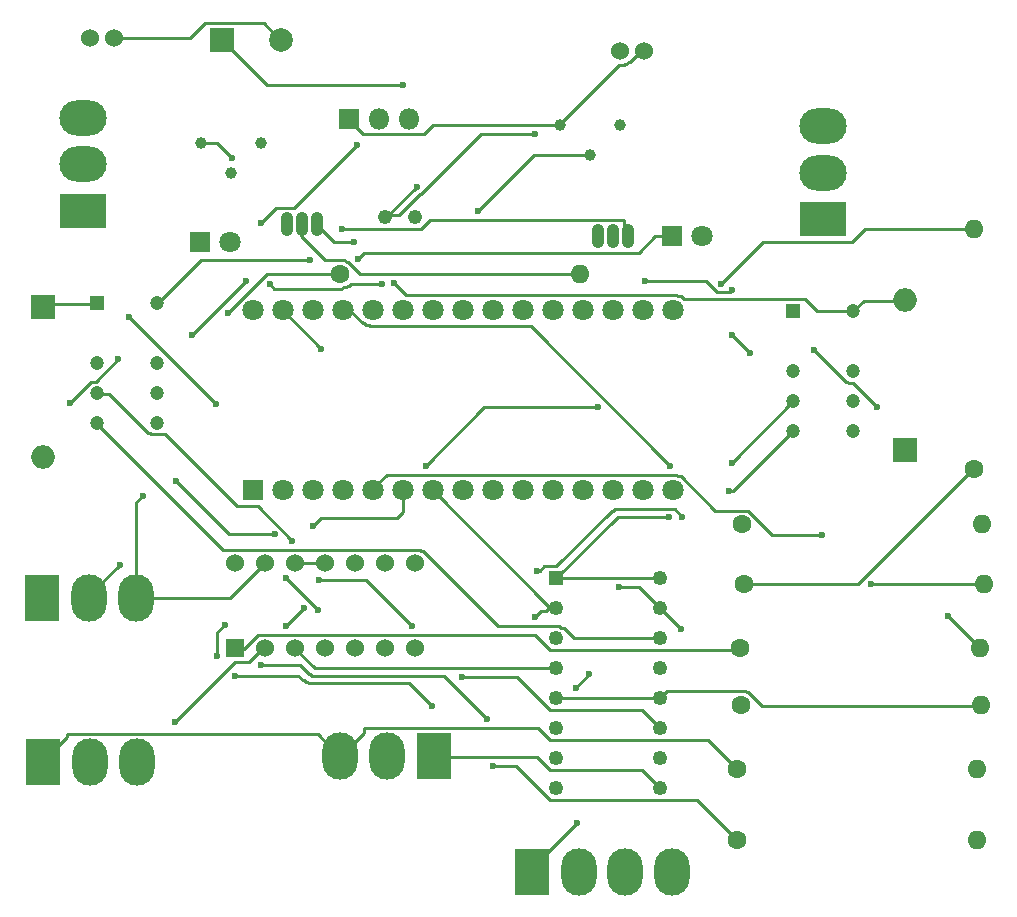
<source format=gbr>
G04 #@! TF.FileFunction,Copper,L2,Bot,Signal*
%FSLAX46Y46*%
G04 Gerber Fmt 4.6, Leading zero omitted, Abs format (unit mm)*
G04 Created by KiCad (PCBNEW 4.0.6) date 02/07/20 08:18:11*
%MOMM*%
%LPD*%
G01*
G04 APERTURE LIST*
%ADD10C,0.100000*%
%ADD11R,2.000000X2.000000*%
%ADD12C,2.000000*%
%ADD13O,2.000000X2.000000*%
%ADD14R,1.800000X1.800000*%
%ADD15C,1.800000*%
%ADD16C,1.210000*%
%ADD17R,3.000000X4.000000*%
%ADD18O,3.000000X4.000000*%
%ADD19R,4.000000X3.000000*%
%ADD20O,4.000000X3.000000*%
%ADD21C,1.524000*%
%ADD22R,1.200000X1.200000*%
%ADD23C,1.200000*%
%ADD24O,1.040000X2.080000*%
%ADD25C,0.998000*%
%ADD26C,1.600000*%
%ADD27O,1.600000X1.600000*%
%ADD28R,1.524000X1.524000*%
%ADD29O,1.800000X1.800000*%
%ADD30R,1.250000X1.250000*%
%ADD31C,1.250000*%
%ADD32C,0.600000*%
%ADD33C,0.250000*%
G04 APERTURE END LIST*
D10*
D11*
X116687600Y-66573400D03*
D12*
X121687600Y-66573400D03*
D11*
X101574600Y-89204800D03*
D13*
X101574600Y-101904800D03*
D11*
X174523400Y-101295200D03*
D13*
X174523400Y-88595200D03*
D14*
X114884200Y-83642200D03*
D15*
X117424200Y-83642200D03*
D14*
X154813000Y-83210400D03*
D15*
X157353000Y-83210400D03*
D16*
X130541000Y-81599800D03*
X133081000Y-81599800D03*
D17*
X101473000Y-113842800D03*
D18*
X105435400Y-113842800D03*
X109397800Y-113842800D03*
D17*
X101600000Y-127685800D03*
D18*
X105562400Y-127685800D03*
X109524800Y-127685800D03*
D19*
X167640000Y-81762600D03*
D20*
X167640000Y-77800200D03*
X167640000Y-73837800D03*
D19*
X104978200Y-81076800D03*
D20*
X104978200Y-77114400D03*
X104978200Y-73152000D03*
D21*
X150418800Y-67513200D03*
X152450800Y-67513200D03*
D17*
X134670800Y-127228600D03*
D18*
X130708400Y-127228600D03*
X126746000Y-127228600D03*
D21*
X105537000Y-66395600D03*
X107569000Y-66395600D03*
D22*
X106146600Y-88850800D03*
D23*
X111226600Y-88850800D03*
X106146600Y-93930800D03*
X111226600Y-99010800D03*
X106146600Y-96470800D03*
X106146600Y-99010800D03*
X111226600Y-93930800D03*
X111226600Y-96470800D03*
D22*
X165100000Y-89536600D03*
D23*
X170180000Y-89536600D03*
X165100000Y-94616600D03*
X170180000Y-99696600D03*
X165100000Y-97156600D03*
X165100000Y-99696600D03*
X170180000Y-94616600D03*
X170180000Y-97156600D03*
D24*
X148539200Y-83210400D03*
X149809200Y-83210400D03*
X151079200Y-83210400D03*
X122199400Y-82169000D03*
X123469400Y-82169000D03*
X124739400Y-82169000D03*
D25*
X145311100Y-73785900D03*
X147854100Y-76326900D03*
X150394100Y-73785500D03*
X114932700Y-75284500D03*
X117475700Y-77825500D03*
X120015700Y-75284100D03*
D26*
X160324800Y-134289800D03*
D27*
X180644800Y-134289800D03*
D26*
X160705800Y-107569000D03*
D27*
X181025800Y-107569000D03*
D26*
X160578800Y-118033800D03*
D27*
X180898800Y-118033800D03*
D26*
X126669800Y-86385400D03*
D27*
X146989800Y-86385400D03*
D26*
X180390800Y-102920800D03*
D27*
X180390800Y-82600800D03*
D26*
X160299400Y-128295400D03*
D27*
X180619400Y-128295400D03*
D26*
X160883600Y-112649000D03*
D27*
X181203600Y-112649000D03*
D26*
X160655000Y-122885200D03*
D27*
X180975000Y-122885200D03*
D14*
X119303800Y-104698800D03*
D15*
X121843800Y-104698800D03*
X124383800Y-104698800D03*
X126923800Y-104698800D03*
X129463800Y-104698800D03*
X132003800Y-104698800D03*
X134543800Y-104698800D03*
X137083800Y-104698800D03*
X139623800Y-104698800D03*
X142163800Y-104698800D03*
X144703800Y-104698800D03*
X147243800Y-104698800D03*
X149783800Y-104698800D03*
X152323800Y-104698800D03*
X154863800Y-104698800D03*
X154863800Y-89458800D03*
X152323800Y-89458800D03*
X149783800Y-89458800D03*
X147243800Y-89458800D03*
X144703800Y-89458800D03*
X142163800Y-89458800D03*
X139623800Y-89458800D03*
X137083800Y-89458800D03*
X134543800Y-89458800D03*
X132003800Y-89458800D03*
X129463800Y-89458800D03*
X126923800Y-89458800D03*
X124383800Y-89458800D03*
X121843800Y-89458800D03*
X119303800Y-89458800D03*
D28*
X117805200Y-118071900D03*
D21*
X120345200Y-118071900D03*
X122885200Y-118071900D03*
X125425200Y-118071900D03*
X127965200Y-118071900D03*
X130505200Y-118071900D03*
X133045200Y-118071900D03*
X133045200Y-110883700D03*
X130505200Y-110883700D03*
X127965200Y-110883700D03*
X125425200Y-110883700D03*
X122885200Y-110883700D03*
X120345200Y-110883700D03*
X117805200Y-110883700D03*
X120345200Y-110883700D03*
D14*
X127431800Y-73279000D03*
D29*
X129971800Y-73279000D03*
X132511800Y-73279000D03*
D30*
X145028200Y-112166400D03*
D31*
X145028200Y-114706400D03*
X145028200Y-117246400D03*
X145028200Y-119786400D03*
X145028200Y-122326400D03*
X145028200Y-124866400D03*
X145028200Y-127406400D03*
X145028200Y-129946400D03*
X153828200Y-129946400D03*
X153828200Y-127406400D03*
X153828200Y-124866400D03*
X153828200Y-122326400D03*
X153828200Y-119786400D03*
X153828200Y-117246400D03*
X153828200Y-114706400D03*
X153828200Y-112166400D03*
D17*
X142951200Y-136982200D03*
D18*
X146913600Y-136982200D03*
X150876000Y-136982200D03*
X154838400Y-136982200D03*
D32*
X143256000Y-74549000D03*
X132080000Y-70358000D03*
X133223000Y-78994000D03*
X117602000Y-76581000D03*
X125095000Y-92710000D03*
X124206000Y-85217000D03*
X126873000Y-82550000D03*
X107950000Y-93599000D03*
X103886000Y-97282000D03*
X172212000Y-97663000D03*
X166878000Y-92837000D03*
X127889000Y-83693000D03*
X131318000Y-87122000D03*
X139700000Y-128016000D03*
X134493000Y-122936000D03*
X117856000Y-120396000D03*
X116332000Y-118745000D03*
X116967000Y-116078000D03*
X117221000Y-89662000D03*
X128270000Y-85090000D03*
X108077000Y-110998000D03*
X114173000Y-91567000D03*
X118745000Y-86995000D03*
X120777000Y-87249000D03*
X130302000Y-87249000D03*
X138430000Y-81026000D03*
X110007400Y-105156000D03*
X112826800Y-103936800D03*
X121208800Y-108381800D03*
X124409200Y-107696000D03*
X133985000Y-102616000D03*
X148590000Y-97663000D03*
X159004000Y-87249000D03*
X167513000Y-108458000D03*
X171704000Y-112649000D03*
X112776000Y-124333000D03*
X122174000Y-116205000D03*
X123698000Y-114681000D03*
X159893000Y-102362000D03*
X155702000Y-106934000D03*
X143383000Y-111506000D03*
X159639000Y-104775000D03*
X147828000Y-120269000D03*
X146685000Y-121412000D03*
X137033000Y-120523000D03*
X132842000Y-116205000D03*
X124968000Y-112268000D03*
X122682000Y-108966000D03*
X154559000Y-106934000D03*
X154686000Y-102616000D03*
X128143000Y-75438000D03*
X120015000Y-82042000D03*
X122174000Y-112141000D03*
X124841000Y-114808000D03*
X139192000Y-124079000D03*
X120015000Y-119507000D03*
X116205000Y-97409000D03*
X108839000Y-90043000D03*
X178181000Y-115316000D03*
X161417000Y-93091000D03*
X159893000Y-91567000D03*
X159893000Y-87757000D03*
X152527000Y-86995000D03*
X146812000Y-132842000D03*
X143256000Y-115443000D03*
X155575000Y-116459000D03*
X150368000Y-112903000D03*
D33*
X130541000Y-81599800D02*
X130556000Y-81661000D01*
X130556000Y-81661000D02*
X130810000Y-81407000D01*
X130810000Y-81407000D02*
X131699000Y-81407000D01*
X131699000Y-81407000D02*
X133477000Y-79629000D01*
X133477000Y-79629000D02*
X133604000Y-79629000D01*
X133604000Y-79629000D02*
X138684000Y-74549000D01*
X138684000Y-74549000D02*
X143256000Y-74549000D01*
X116687600Y-66573400D02*
X116840000Y-66675000D01*
X116840000Y-66675000D02*
X120523000Y-70358000D01*
X120523000Y-70358000D02*
X132080000Y-70358000D01*
X133223000Y-78994000D02*
X130556000Y-81661000D01*
X130556000Y-81661000D02*
X130541000Y-81599800D01*
X117602000Y-76581000D02*
X116332000Y-75311000D01*
X116332000Y-75311000D02*
X114935000Y-75311000D01*
X114935000Y-75311000D02*
X114932700Y-75284500D01*
X145311100Y-73785900D02*
X145288000Y-73787000D01*
X145288000Y-73787000D02*
X150368000Y-68707000D01*
X150368000Y-68707000D02*
X150749000Y-68707000D01*
X150749000Y-68707000D02*
X150876000Y-68580000D01*
X150876000Y-68580000D02*
X151003000Y-68580000D01*
X151003000Y-68580000D02*
X151130000Y-68453000D01*
X151130000Y-68453000D02*
X151257000Y-68453000D01*
X151257000Y-68453000D02*
X152146000Y-67564000D01*
X152146000Y-67564000D02*
X152400000Y-67564000D01*
X152400000Y-67564000D02*
X152450800Y-67513200D01*
X121843800Y-89458800D02*
X125095000Y-92710000D01*
X162433000Y-122936000D02*
X180975000Y-122936000D01*
X180975000Y-122936000D02*
X180975000Y-122885200D01*
X122885200Y-118071900D02*
X122936000Y-118110000D01*
X122936000Y-118110000D02*
X124587000Y-119761000D01*
X124587000Y-119761000D02*
X145034000Y-119761000D01*
X145034000Y-119761000D02*
X145028200Y-119786400D01*
X127431800Y-73279000D02*
X127381000Y-73279000D01*
X127381000Y-73279000D02*
X128651000Y-74549000D01*
X128651000Y-74549000D02*
X133858000Y-74549000D01*
X133858000Y-74549000D02*
X134620000Y-73787000D01*
X134620000Y-73787000D02*
X145288000Y-73787000D01*
X145288000Y-73787000D02*
X145311100Y-73785900D01*
X121687600Y-66573400D02*
X121666000Y-66548000D01*
X121666000Y-66548000D02*
X120269000Y-65151000D01*
X120269000Y-65151000D02*
X115316000Y-65151000D01*
X115316000Y-65151000D02*
X114046000Y-66421000D01*
X114046000Y-66421000D02*
X107569000Y-66421000D01*
X107569000Y-66421000D02*
X107569000Y-66395600D01*
X125425200Y-110883700D02*
X125476000Y-110871000D01*
X125476000Y-110871000D02*
X122936000Y-110871000D01*
X122936000Y-110871000D02*
X122885200Y-110883700D01*
X145028200Y-122326400D02*
X145034000Y-122301000D01*
X145034000Y-122301000D02*
X153797000Y-122301000D01*
X153828200Y-122326400D02*
X153797000Y-122301000D01*
X153797000Y-122301000D02*
X154432000Y-121666000D01*
X154432000Y-121666000D02*
X161036000Y-121666000D01*
X161036000Y-121666000D02*
X161163000Y-121793000D01*
X161163000Y-121793000D02*
X161290000Y-121793000D01*
X161290000Y-121793000D02*
X162433000Y-122936000D01*
X153797000Y-122301000D02*
X153828200Y-122326400D01*
X101574600Y-89204800D02*
X101600000Y-89154000D01*
X101600000Y-89154000D02*
X101854000Y-88900000D01*
X101854000Y-88900000D02*
X106172000Y-88900000D01*
X106172000Y-88900000D02*
X106146600Y-88850800D01*
X111226600Y-88850800D02*
X111252000Y-88900000D01*
X111252000Y-88900000D02*
X114935000Y-85217000D01*
X114935000Y-85217000D02*
X124206000Y-85217000D01*
X126873000Y-82550000D02*
X133604000Y-82550000D01*
X133604000Y-82550000D02*
X134366000Y-81788000D01*
X134366000Y-81788000D02*
X150749000Y-81788000D01*
X150749000Y-81788000D02*
X150749000Y-82804000D01*
X150749000Y-82804000D02*
X151130000Y-83185000D01*
X151130000Y-83185000D02*
X151079200Y-83210400D01*
X107950000Y-93599000D02*
X106045000Y-95504000D01*
X106045000Y-95504000D02*
X105664000Y-95504000D01*
X105664000Y-95504000D02*
X103886000Y-97282000D01*
X172212000Y-97663000D02*
X170180000Y-95631000D01*
X170180000Y-95631000D02*
X169799000Y-95631000D01*
X169799000Y-95631000D02*
X169672000Y-95504000D01*
X169672000Y-95504000D02*
X169545000Y-95504000D01*
X169545000Y-95504000D02*
X166878000Y-92837000D01*
X124739400Y-82169000D02*
X124714000Y-82169000D01*
X124714000Y-82169000D02*
X126238000Y-83693000D01*
X126238000Y-83693000D02*
X127889000Y-83693000D01*
X131318000Y-87122000D02*
X132334000Y-88138000D01*
X132334000Y-88138000D02*
X155194000Y-88138000D01*
X155194000Y-88138000D02*
X155321000Y-88265000D01*
X155321000Y-88265000D02*
X155575000Y-88265000D01*
X155575000Y-88265000D02*
X155829000Y-88519000D01*
X155829000Y-88519000D02*
X166116000Y-88519000D01*
X166116000Y-88519000D02*
X167132000Y-89535000D01*
X167132000Y-89535000D02*
X170180000Y-89535000D01*
X170180000Y-89535000D02*
X170180000Y-89536600D01*
X170180000Y-89536600D02*
X170180000Y-89535000D01*
X170180000Y-89535000D02*
X171069000Y-88646000D01*
X171069000Y-88646000D02*
X174498000Y-88646000D01*
X174498000Y-88646000D02*
X174523400Y-88595200D01*
X160578800Y-118033800D02*
X160401000Y-118110000D01*
X160401000Y-118110000D02*
X160274000Y-118237000D01*
X160274000Y-118237000D02*
X144526000Y-118237000D01*
X144526000Y-118237000D02*
X143256000Y-116967000D01*
X143256000Y-116967000D02*
X119761000Y-116967000D01*
X119761000Y-116967000D02*
X118618000Y-118110000D01*
X118618000Y-118110000D02*
X117856000Y-118110000D01*
X117856000Y-118110000D02*
X117805200Y-118071900D01*
X160324800Y-134289800D02*
X156972000Y-130937000D01*
X156972000Y-130937000D02*
X144526000Y-130937000D01*
X144526000Y-130937000D02*
X141605000Y-128016000D01*
X141605000Y-128016000D02*
X139700000Y-128016000D01*
X134493000Y-122936000D02*
X132588000Y-121031000D01*
X132588000Y-121031000D02*
X124079000Y-121031000D01*
X124079000Y-121031000D02*
X123952000Y-120904000D01*
X123952000Y-120904000D02*
X123825000Y-120904000D01*
X123825000Y-120904000D02*
X123698000Y-120777000D01*
X123698000Y-120777000D02*
X123571000Y-120777000D01*
X123571000Y-120777000D02*
X123190000Y-120396000D01*
X123190000Y-120396000D02*
X117856000Y-120396000D01*
X116332000Y-118745000D02*
X116332000Y-116713000D01*
X116332000Y-116713000D02*
X116967000Y-116078000D01*
X117221000Y-89662000D02*
X120523000Y-86360000D01*
X120523000Y-86360000D02*
X126619000Y-86360000D01*
X126619000Y-86360000D02*
X126669800Y-86385400D01*
X128270000Y-85090000D02*
X128778000Y-84582000D01*
X128778000Y-84582000D02*
X152019000Y-84582000D01*
X152019000Y-84582000D02*
X153416000Y-83185000D01*
X153416000Y-83185000D02*
X154813000Y-83185000D01*
X154813000Y-83185000D02*
X154813000Y-83210400D01*
X180390800Y-102920800D02*
X180213000Y-102997000D01*
X180213000Y-102997000D02*
X170561000Y-112649000D01*
X170561000Y-112649000D02*
X160883600Y-112649000D01*
X160299400Y-128295400D02*
X157861000Y-125857000D01*
X157861000Y-125857000D02*
X144526000Y-125857000D01*
X144526000Y-125857000D02*
X143510000Y-124841000D01*
X143510000Y-124841000D02*
X128778000Y-124841000D01*
X128778000Y-124841000D02*
X128778000Y-125222000D01*
X128778000Y-125222000D02*
X126746000Y-127254000D01*
X126746000Y-127254000D02*
X126746000Y-127228600D01*
X126746000Y-127228600D02*
X126746000Y-127254000D01*
X126746000Y-127254000D02*
X124841000Y-125349000D01*
X124841000Y-125349000D02*
X103632000Y-125349000D01*
X103632000Y-125349000D02*
X103632000Y-125603000D01*
X103632000Y-125603000D02*
X101600000Y-127635000D01*
X101600000Y-127635000D02*
X101600000Y-127685800D01*
X105435400Y-113842800D02*
X105410000Y-113792000D01*
X105410000Y-113792000D02*
X105410000Y-113665000D01*
X105410000Y-113665000D02*
X108077000Y-110998000D01*
X114173000Y-91567000D02*
X118745000Y-86995000D01*
X120777000Y-87249000D02*
X121158000Y-87630000D01*
X121158000Y-87630000D02*
X126873000Y-87630000D01*
X126873000Y-87630000D02*
X127000000Y-87503000D01*
X127000000Y-87503000D02*
X127254000Y-87503000D01*
X127254000Y-87503000D02*
X127381000Y-87376000D01*
X127381000Y-87376000D02*
X127508000Y-87376000D01*
X127508000Y-87376000D02*
X127635000Y-87249000D01*
X127635000Y-87249000D02*
X130302000Y-87249000D01*
X138430000Y-81026000D02*
X143129000Y-76327000D01*
X143129000Y-76327000D02*
X147828000Y-76327000D01*
X147828000Y-76327000D02*
X147854100Y-76326900D01*
X109397800Y-113842800D02*
X117386100Y-113842800D01*
X117386100Y-113842800D02*
X120345200Y-110883700D01*
X109397800Y-113842800D02*
X109397800Y-105740200D01*
X109397800Y-105740200D02*
X109982000Y-105156000D01*
X109982000Y-105156000D02*
X110007400Y-105156000D01*
X112826800Y-103936800D02*
X117271800Y-108381800D01*
X117271800Y-108381800D02*
X121208800Y-108381800D01*
X124409200Y-107696000D02*
X125095000Y-107010200D01*
X125095000Y-107010200D02*
X131546600Y-107010200D01*
X131546600Y-107010200D02*
X132003800Y-106553000D01*
X132003800Y-106553000D02*
X132003800Y-104698800D01*
X133985000Y-102616000D02*
X138938000Y-97663000D01*
X138938000Y-97663000D02*
X148590000Y-97663000D01*
X159004000Y-87249000D02*
X162560000Y-83693000D01*
X162560000Y-83693000D02*
X170053000Y-83693000D01*
X170053000Y-83693000D02*
X171196000Y-82550000D01*
X171196000Y-82550000D02*
X180340000Y-82550000D01*
X180340000Y-82550000D02*
X180390800Y-82600800D01*
X129463800Y-104698800D02*
X129540000Y-104521000D01*
X129540000Y-104521000D02*
X130683000Y-103378000D01*
X130683000Y-103378000D02*
X155194000Y-103378000D01*
X155194000Y-103378000D02*
X155321000Y-103505000D01*
X155321000Y-103505000D02*
X155575000Y-103505000D01*
X155575000Y-103505000D02*
X158496000Y-106426000D01*
X158496000Y-106426000D02*
X161290000Y-106426000D01*
X161290000Y-106426000D02*
X163322000Y-108458000D01*
X163322000Y-108458000D02*
X167513000Y-108458000D01*
X171704000Y-112649000D02*
X181203600Y-112649000D01*
X112776000Y-124333000D02*
X117856000Y-119253000D01*
X117856000Y-119253000D02*
X118999000Y-119253000D01*
X118999000Y-119253000D02*
X120142000Y-118110000D01*
X120142000Y-118110000D02*
X120396000Y-118110000D01*
X120396000Y-118110000D02*
X120345200Y-118071900D01*
X122174000Y-116205000D02*
X123698000Y-114681000D01*
X165100000Y-97156600D02*
X165100000Y-97155000D01*
X165100000Y-97155000D02*
X159893000Y-102362000D01*
X155702000Y-106934000D02*
X155067000Y-106299000D01*
X155067000Y-106299000D02*
X149987000Y-106299000D01*
X149987000Y-106299000D02*
X149860000Y-106426000D01*
X149860000Y-106426000D02*
X149733000Y-106426000D01*
X149733000Y-106426000D02*
X145034000Y-111125000D01*
X145034000Y-111125000D02*
X144018000Y-111125000D01*
X144018000Y-111125000D02*
X143637000Y-111506000D01*
X143637000Y-111506000D02*
X143383000Y-111506000D01*
X165100000Y-99696600D02*
X165100000Y-99695000D01*
X165100000Y-99695000D02*
X160020000Y-104775000D01*
X160020000Y-104775000D02*
X159639000Y-104775000D01*
X147828000Y-120269000D02*
X146685000Y-121412000D01*
X107188000Y-96520000D02*
X106172000Y-96520000D01*
X106172000Y-96520000D02*
X106146600Y-96470800D01*
X153828200Y-124866400D02*
X153797000Y-124841000D01*
X153797000Y-124841000D02*
X152273000Y-123317000D01*
X152273000Y-123317000D02*
X144526000Y-123317000D01*
X144526000Y-123317000D02*
X141732000Y-120523000D01*
X141732000Y-120523000D02*
X137033000Y-120523000D01*
X132842000Y-116205000D02*
X128905000Y-112268000D01*
X128905000Y-112268000D02*
X124968000Y-112268000D01*
X122682000Y-108966000D02*
X119761000Y-106045000D01*
X119761000Y-106045000D02*
X117983000Y-106045000D01*
X117983000Y-106045000D02*
X111887000Y-99949000D01*
X111887000Y-99949000D02*
X110744000Y-99949000D01*
X110744000Y-99949000D02*
X110617000Y-99822000D01*
X110617000Y-99822000D02*
X110490000Y-99822000D01*
X110490000Y-99822000D02*
X107188000Y-96520000D01*
X146558000Y-117221000D02*
X153797000Y-117221000D01*
X153797000Y-117221000D02*
X153828200Y-117246400D01*
X106146600Y-99010800D02*
X106172000Y-99060000D01*
X106172000Y-99060000D02*
X116840000Y-109728000D01*
X116840000Y-109728000D02*
X133477000Y-109728000D01*
X133477000Y-109728000D02*
X133604000Y-109855000D01*
X133604000Y-109855000D02*
X133731000Y-109855000D01*
X133731000Y-109855000D02*
X140081000Y-116205000D01*
X140081000Y-116205000D02*
X145288000Y-116205000D01*
X145288000Y-116205000D02*
X145415000Y-116332000D01*
X145415000Y-116332000D02*
X145669000Y-116332000D01*
X145669000Y-116332000D02*
X146558000Y-117221000D01*
X128651000Y-90551000D02*
X127508000Y-89408000D01*
X127508000Y-89408000D02*
X126873000Y-89408000D01*
X126873000Y-89408000D02*
X126923800Y-89458800D01*
X153828200Y-129946400D02*
X153797000Y-129921000D01*
X153797000Y-129921000D02*
X152273000Y-128397000D01*
X152273000Y-128397000D02*
X144526000Y-128397000D01*
X144526000Y-128397000D02*
X143383000Y-127254000D01*
X143383000Y-127254000D02*
X134620000Y-127254000D01*
X134620000Y-127254000D02*
X134670800Y-127228600D01*
X145028200Y-112166400D02*
X145034000Y-112141000D01*
X145034000Y-112141000D02*
X150241000Y-106934000D01*
X150241000Y-106934000D02*
X154559000Y-106934000D01*
X154686000Y-102616000D02*
X142875000Y-90805000D01*
X142875000Y-90805000D02*
X129286000Y-90805000D01*
X129286000Y-90805000D02*
X129159000Y-90678000D01*
X129159000Y-90678000D02*
X128905000Y-90678000D01*
X128905000Y-90678000D02*
X128778000Y-90551000D01*
X128778000Y-90551000D02*
X128651000Y-90551000D01*
X153797000Y-112141000D02*
X145034000Y-112141000D01*
X145034000Y-112141000D02*
X145028200Y-112166400D01*
X153828200Y-112166400D02*
X153797000Y-112141000D01*
X128143000Y-75438000D02*
X122809000Y-80772000D01*
X122809000Y-80772000D02*
X121285000Y-80772000D01*
X121285000Y-80772000D02*
X120015000Y-82042000D01*
X122174000Y-112141000D02*
X124841000Y-114808000D01*
X139192000Y-124079000D02*
X135509000Y-120396000D01*
X135509000Y-120396000D02*
X124333000Y-120396000D01*
X124333000Y-120396000D02*
X124206000Y-120269000D01*
X124206000Y-120269000D02*
X124079000Y-120269000D01*
X124079000Y-120269000D02*
X123317000Y-119507000D01*
X123317000Y-119507000D02*
X120015000Y-119507000D01*
X116205000Y-97409000D02*
X108839000Y-90043000D01*
X180898800Y-118033800D02*
X178181000Y-115316000D01*
X161417000Y-93091000D02*
X159893000Y-91567000D01*
X159893000Y-87757000D02*
X159766000Y-87884000D01*
X159766000Y-87884000D02*
X158623000Y-87884000D01*
X158623000Y-87884000D02*
X157734000Y-86995000D01*
X157734000Y-86995000D02*
X152527000Y-86995000D01*
X123469400Y-82169000D02*
X123444000Y-82169000D01*
X123444000Y-82169000D02*
X123444000Y-83185000D01*
X123444000Y-83185000D02*
X125476000Y-85217000D01*
X125476000Y-85217000D02*
X127127000Y-85217000D01*
X127127000Y-85217000D02*
X127254000Y-85344000D01*
X127254000Y-85344000D02*
X127381000Y-85344000D01*
X127381000Y-85344000D02*
X128397000Y-86360000D01*
X128397000Y-86360000D02*
X146939000Y-86360000D01*
X146939000Y-86360000D02*
X146989800Y-86385400D01*
X142951200Y-136982200D02*
X143002000Y-137033000D01*
X143002000Y-137033000D02*
X143002000Y-136652000D01*
X143002000Y-136652000D02*
X146812000Y-132842000D01*
X143256000Y-115443000D02*
X143764000Y-114935000D01*
X143764000Y-114935000D02*
X144145000Y-114935000D01*
X144145000Y-114935000D02*
X144399000Y-114681000D01*
X144399000Y-114681000D02*
X145034000Y-114681000D01*
X145034000Y-114681000D02*
X145028200Y-114706400D01*
X144526000Y-114681000D02*
X145034000Y-114681000D01*
X145034000Y-114681000D02*
X145028200Y-114706400D01*
X134543800Y-104698800D02*
X144526000Y-114681000D01*
X155575000Y-116459000D02*
X153797000Y-114681000D01*
X153797000Y-114681000D02*
X153828200Y-114706400D01*
X153828200Y-114706400D02*
X153797000Y-114681000D01*
X153797000Y-114681000D02*
X152019000Y-112903000D01*
X152019000Y-112903000D02*
X150368000Y-112903000D01*
M02*

</source>
